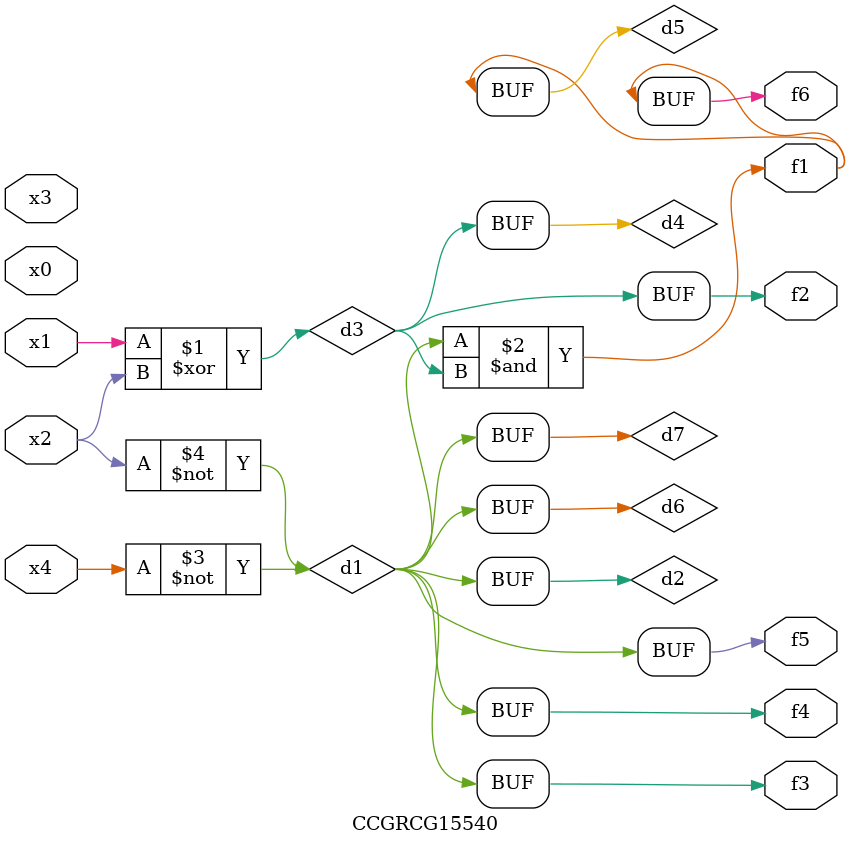
<source format=v>
module CCGRCG15540(
	input x0, x1, x2, x3, x4,
	output f1, f2, f3, f4, f5, f6
);

	wire d1, d2, d3, d4, d5, d6, d7;

	not (d1, x4);
	not (d2, x2);
	xor (d3, x1, x2);
	buf (d4, d3);
	and (d5, d1, d3);
	buf (d6, d1, d2);
	buf (d7, d2);
	assign f1 = d5;
	assign f2 = d4;
	assign f3 = d7;
	assign f4 = d7;
	assign f5 = d7;
	assign f6 = d5;
endmodule

</source>
